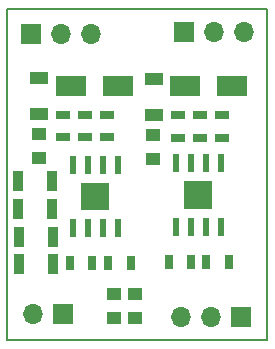
<source format=gts>
G04 #@! TF.FileFunction,Soldermask,Top*
%FSLAX46Y46*%
G04 Gerber Fmt 4.6, Leading zero omitted, Abs format (unit mm)*
G04 Created by KiCad (PCBNEW 4.0.2-stable) date 6/22/2017 3:55:45 PM*
%MOMM*%
G01*
G04 APERTURE LIST*
%ADD10C,0.100000*%
%ADD11C,0.150000*%
%ADD12R,1.600000X1.000000*%
%ADD13R,1.700000X1.700000*%
%ADD14O,1.700000X1.700000*%
%ADD15R,1.300000X0.700000*%
%ADD16R,0.700000X1.300000*%
%ADD17R,0.900000X1.700000*%
%ADD18R,0.600000X1.550000*%
%ADD19R,1.175000X1.175000*%
%ADD20R,2.500000X1.800000*%
%ADD21R,1.250000X1.000000*%
G04 APERTURE END LIST*
D10*
D11*
X100000000Y-128000000D02*
X100000000Y-100000000D01*
X122000000Y-128000000D02*
X100000000Y-128000000D01*
X122000000Y-100000000D02*
X122000000Y-128000000D01*
X100000000Y-100000000D02*
X122000000Y-100000000D01*
D12*
X112369800Y-105955600D03*
X112369800Y-108955600D03*
X102692400Y-105856800D03*
X102692400Y-108856800D03*
D13*
X104673600Y-125857200D03*
D14*
X102133600Y-125857200D03*
D13*
X102031800Y-102108000D03*
D14*
X104571800Y-102108000D03*
X107111800Y-102108000D03*
D13*
X119812000Y-126111200D03*
D14*
X117272000Y-126111200D03*
X114732000Y-126111200D03*
D13*
X114960400Y-101981000D03*
D14*
X117500400Y-101981000D03*
X120040400Y-101981000D03*
D15*
X108458200Y-110835200D03*
X108458200Y-108935200D03*
X106578600Y-110835200D03*
X106578600Y-108935200D03*
D16*
X107188200Y-121500000D03*
X105288200Y-121500000D03*
D15*
X104699000Y-110835200D03*
X104699000Y-108935200D03*
D16*
X116830000Y-121437600D03*
X118730000Y-121437600D03*
X108524200Y-121500000D03*
X110424200Y-121500000D03*
D15*
X116281400Y-110886000D03*
X116281400Y-108986000D03*
X118161000Y-110886000D03*
X118161000Y-108986000D03*
D16*
X115539800Y-121437600D03*
X113639800Y-121437600D03*
D15*
X114427200Y-110886000D03*
X114427200Y-108986000D03*
D17*
X103837600Y-121604800D03*
X100937600Y-121604800D03*
X100937600Y-119293400D03*
X103837600Y-119293400D03*
X103814400Y-116931200D03*
X100914400Y-116931200D03*
X100912200Y-114594400D03*
X103812200Y-114594400D03*
D18*
X105533900Y-118567700D03*
X106803900Y-118567700D03*
X108073900Y-118567700D03*
X109343900Y-118567700D03*
X109343900Y-113167700D03*
X108073900Y-113167700D03*
X106803900Y-113167700D03*
X105533900Y-113167700D03*
D19*
X108026400Y-115280200D03*
X106851400Y-115280200D03*
X108026400Y-116455200D03*
X106851400Y-116455200D03*
D18*
X114246100Y-118408700D03*
X115516100Y-118408700D03*
X116786100Y-118408700D03*
X118056100Y-118408700D03*
X118056100Y-113008700D03*
X116786100Y-113008700D03*
X115516100Y-113008700D03*
X114246100Y-113008700D03*
D19*
X116738600Y-115121200D03*
X115563600Y-115121200D03*
X116738600Y-116296200D03*
X115563600Y-116296200D03*
D20*
X105340600Y-106517200D03*
X109340600Y-106517200D03*
X114992600Y-106517200D03*
X118992600Y-106517200D03*
D21*
X112293600Y-112698800D03*
X112293600Y-110698800D03*
X102692400Y-112571800D03*
X102692400Y-110571800D03*
X110795000Y-124120600D03*
X110795000Y-126120600D03*
X108991600Y-124120600D03*
X108991600Y-126120600D03*
M02*

</source>
